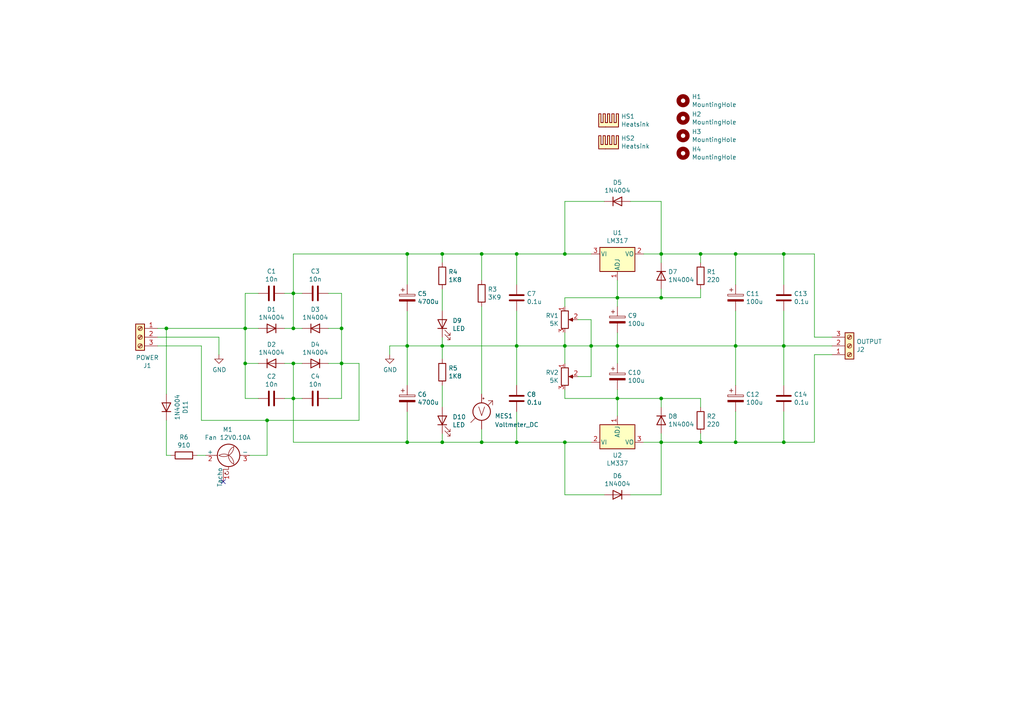
<source format=kicad_sch>
(kicad_sch (version 20211123) (generator eeschema)
  (paper "A4")
  (title_block (title "1.2-15 V 1A Dual Adjustable Power Supply") (date "2022-12-04") (rev "v03.2") (comment 2 "https://www.gnu.org/licenses/gpl.html") (comment 3 "License: GNU General Public License (GPL) version 3") (comment 4 "Author: Poly Electronics"))
  (lib_symbols
    (symbol "Connector:Screw_Terminal_01x03" (pin_names (offset 1.016) hide)
      (property "Reference" "J" (at 0 5.08 0))
      (property "Value" "Screw_Terminal_01x03" (at 0 -5.08 0))
      (symbol "Screw_Terminal_01x03_1_1"
        (rectangle (start -1.27 3.81) (end 1.27 -3.81) (stroke (width 0.254)) (fill (type background)))
        (circle (center 0 -2.54) (radius 0.635) (stroke (width 0.1524)))
        (polyline (pts (xy -0.5334 -2.2098) (xy 0.3302 -3.048)) (stroke (width 0.1524)))
        (polyline (pts (xy -0.5334 0.3302) (xy 0.3302 -0.508)) (stroke (width 0.1524)))
        (polyline (pts (xy -0.5334 2.8702) (xy 0.3302 2.032)) (stroke (width 0.1524)))
        (polyline (pts (xy -0.3556 -2.032) (xy 0.508 -2.8702)) (stroke (width 0.1524)))
        (polyline (pts (xy -0.3556 0.508) (xy 0.508 -0.3302)) (stroke (width 0.1524)))
        (polyline (pts (xy -0.3556 3.048) (xy 0.508 2.2098)) (stroke (width 0.1524)))
        (circle (center 0 0) (radius 0.635) (stroke (width 0.1524)))
        (circle (center 0 2.54) (radius 0.635) (stroke (width 0.1524)))
        (pin passive line (at -5.08 2.54 0) (length 3.81) (name "Pin_1") (number "1"))
        (pin passive line (at -5.08 0 0) (length 3.81) (name "Pin_2") (number "2"))
        (pin passive line (at -5.08 -2.54 0) (length 3.81) (name "Pin_3") (number "3"))
      )
    )
    (symbol "Device:C" (pin_numbers hide) (pin_names (offset 0.254))
      (property "Reference" "C" (at 0.635 2.54 0))
      (property "Value" "C" (at 0.635 -2.54 0))
      (symbol "C_0_1"
        (polyline (pts (xy -2.032 -0.762) (xy 2.032 -0.762)) (stroke (width 0.508)))
        (polyline (pts (xy -2.032 0.762) (xy 2.032 0.762)) (stroke (width 0.508)))
      )
      (symbol "C_1_1"
        (pin passive line (at 0 3.81 270) (length 2.794) (name "~") (number "1"))
        (pin passive line (at 0 -3.81 90) (length 2.794) (name "~") (number "2"))
      )
    )
    (symbol "Device:LED" (pin_numbers hide) (pin_names (offset 1.016) hide)
      (property "Reference" "D" (at 0 2.54 0))
      (property "Value" "LED" (at 0 -2.54 0))
      (symbol "LED_0_1"
        (polyline (pts (xy -1.27 -1.27) (xy -1.27 1.27)) (stroke (width 0.254)))
        (polyline (pts (xy -1.27 0) (xy 1.27 0)))
        (polyline (pts (xy 1.27 -1.27) (xy 1.27 1.27) (xy -1.27 0) (xy 1.27 -1.27)) (stroke (width 0.254)))
        (polyline (pts (xy -3.048 -0.762) (xy -4.572 -2.286) (xy -3.81 -2.286) (xy -4.572 -2.286) (xy -4.572 -1.524)))
        (polyline (pts (xy -1.778 -0.762) (xy -3.302 -2.286) (xy -2.54 -2.286) (xy -3.302 -2.286) (xy -3.302 -1.524)))
      )
      (symbol "LED_1_1"
        (pin passive line (at -3.81 0 0) (length 2.54) (name "K") (number "1"))
        (pin passive line (at 3.81 0 180) (length 2.54) (name "A") (number "2"))
      )
    )
    (symbol "Device:R" (pin_numbers hide) (pin_names (offset 0))
      (property "Reference" "R" (at 2.032 0 90))
      (property "Value" "R" (at 0 0 90))
      (symbol "R_0_1"
        (rectangle (start -1.016 -2.54) (end 1.016 2.54) (stroke (width 0.254)))
      )
      (symbol "R_1_1"
        (pin passive line (at 0 3.81 270) (length 1.27) (name "~") (number "1"))
        (pin passive line (at 0 -3.81 90) (length 1.27) (name "~") (number "2"))
      )
    )
    (symbol "Device:Voltmeter_DC" (pin_numbers hide) (pin_names (offset 0.0254) hide)
      (property "Reference" "MES" (at -3.302 1.016 0))
      (property "Value" "Voltmeter_DC" (at -3.302 -0.762 0))
      (symbol "Voltmeter_DC_0_0"
        (polyline (pts (xy -3.175 -3.175) (xy -1.905 -1.905)))
        (polyline (pts (xy 1.905 1.905) (xy 3.175 3.175)))
        (polyline (pts (xy 1.905 3.175) (xy 3.175 3.175) (xy 3.175 1.905)))
        (text "V" (at 0 0 0) (effects (font (size 2.54 2.54))))
      )
      (symbol "Voltmeter_DC_0_1"
        (polyline (pts (xy 0.254 3.81) (xy 0.762 3.81)))
        (polyline (pts (xy 0.508 4.064) (xy 0.508 3.556)))
        (circle (center 0 0) (radius 2.54) (stroke (width 0.254)))
      )
      (symbol "Voltmeter_DC_1_1"
        (pin passive line (at 0 -5.08 90) (length 2.54) (name "-") (number "1"))
        (pin passive line (at 0 5.08 270) (length 2.54) (name "+") (number "2"))
      )
    )
    (symbol "Diode:1N4007" (pin_numbers hide) (pin_names (offset 1.016) hide)
      (property "Reference" "D" (at 0 2.54 0))
      (property "Value" "1N4007" (at 0 -2.54 0))
      (symbol "1N4007_0_1"
        (polyline (pts (xy -1.27 1.27) (xy -1.27 -1.27)) (stroke (width 0.254)))
        (polyline (pts (xy 1.27 0) (xy -1.27 0)))
        (polyline (pts (xy 1.27 1.27) (xy 1.27 -1.27) (xy -1.27 0) (xy 1.27 1.27)) (stroke (width 0.254)))
      )
      (symbol "1N4007_1_1"
        (pin passive line (at -3.81 0 0) (length 2.54) (name "K") (number "1"))
        (pin passive line (at 3.81 0 180) (length 2.54) (name "A") (number "2"))
      )
    )
    (symbol "Dualvoltsrc-rescue:CP-Device" (pin_numbers hide) (pin_names (offset 0.254))
      (property "Reference" "C" (at 0.635 2.54 0))
      (property "Value" "CP-Device" (at 0.635 -2.54 0))
      (symbol "CP-Device_0_1"
        (rectangle (start -2.286 0.508) (end 2.286 1.016))
        (polyline (pts (xy -1.778 2.286) (xy -0.762 2.286)))
        (polyline (pts (xy -1.27 2.794) (xy -1.27 1.778)))
        (rectangle (start 2.286 -0.508) (end -2.286 -1.016) (fill (type outline)))
      )
      (symbol "CP-Device_1_1"
        (pin passive line (at 0 3.81 270) (length 2.794) (name "~") (number "1"))
        (pin passive line (at 0 -3.81 90) (length 2.794) (name "~") (number "2"))
      )
    )
    (symbol "Dualvoltsrc-rescue:LM317_3PinPackage-Regulator_Linear" (pin_names (offset 0.254))
      (property "Reference" "U" (at -3.81 3.175 0))
      (property "Value" "LM317_3PinPackage-Regulator_Linear" (at 0 3.175 0))
      (symbol "LM317_3PinPackage-Regulator_Linear_0_1"
        (rectangle (start -5.08 1.905) (end 5.08 -5.08) (stroke (width 0.254)) (fill (type background)))
      )
      (symbol "LM317_3PinPackage-Regulator_Linear_1_1"
        (pin input line (at 0 -7.62 90) (length 2.54) (name "ADJ") (number "1"))
        (pin power_out line (at 7.62 0 180) (length 2.54) (name "VO") (number "2"))
        (pin power_in line (at -7.62 0 0) (length 2.54) (name "VI") (number "3"))
      )
    )
    (symbol "Dualvoltsrc-rescue:R_POT-Device" (pin_names (offset 1.016) hide)
      (property "Reference" "RV" (at -4.445 0 90))
      (property "Value" "R_POT-Device" (at -2.54 0 90))
      (symbol "R_POT-Device_0_1"
        (polyline (pts (xy 2.54 0) (xy 1.524 0)))
        (polyline (pts (xy 1.143 0) (xy 2.286 0.508) (xy 2.286 -0.508) (xy 1.143 0)) (fill (type outline)))
        (rectangle (start 1.016 2.54) (end -1.016 -2.54) (stroke (width 0.254)))
      )
      (symbol "R_POT-Device_1_1"
        (pin passive line (at 0 3.81 270) (length 1.27) (name "1") (number "1"))
        (pin passive line (at 3.81 0 180) (length 1.27) (name "2") (number "2"))
        (pin passive line (at 0 -3.81 90) (length 1.27) (name "3") (number "3"))
      )
    )
    (symbol "Mechanical:Heatsink" (pin_names (offset 1.016))
      (property "Reference" "HS" (at 0 5.08 0))
      (property "Value" "Heatsink" (at 0 -1.27 0))
      (symbol "Heatsink_0_1"
        (polyline (pts (xy -0.3302 1.27) (xy -0.9652 1.27) (xy -0.9652 3.81) (xy -1.6002 3.81) (xy -1.6002 1.27) (xy -2.2352 1.27) (xy -2.2352 3.81) (xy -2.8702 3.81) (xy -2.8702 0) (xy -0.9652 0)) (stroke (width 0.254)) (fill (type background)))
        (polyline (pts (xy -0.3302 1.27) (xy -0.3302 3.81) (xy 0.3048 3.81) (xy 0.3048 1.27) (xy 0.9398 1.27) (xy 0.9398 3.81) (xy 1.5748 3.81) (xy 1.5748 1.27) (xy 2.2098 1.27) (xy 2.2098 3.81) (xy 2.8448 3.81) (xy 2.8448 0) (xy -0.9652 0)) (stroke (width 0.254)) (fill (type background)))
      )
    )
    (symbol "Mechanical:MountingHole" (pin_names (offset 1.016))
      (property "Reference" "H" (at 0 5.08 0))
      (property "Value" "MountingHole" (at 0 3.175 0))
      (symbol "MountingHole_0_1"
        (circle (center 0 0) (radius 1.27) (stroke (width 1.27)))
      )
    )
    (symbol "Motor:Fan_3pin" (pin_names (offset 0))
      (property "Reference" "M" (at 2.54 2.54 0))
      (property "Value" "Fan_3pin" (at 2.54 -5.08 0))
      (symbol "Fan_3pin_0_0"
        (arc (start -5.588 -1.016) (mid -5.08 -1.524) (end -4.572 -1.016))
        (arc (start -5.08 -0.508) (mid -5.4392 -0.6568) (end -5.588 -1.016))
        (polyline (pts (xy -5.08 -0.508) (xy -5.334 -0.381)))
        (polyline (pts (xy -5.08 -0.508) (xy -5.207 -0.762)))
        (polyline (pts (xy -4.064 0) (xy -4.064 -1.524) (xy -3.302 -1.524)))
      )
      (symbol "Fan_3pin_0_1"
        (arc (start -2.54 -3.048) (mid 0.0028 -1.6279) (end 0 1.27))
        (circle (center 0 -1.524) (radius 3.2512) (stroke (width 0.254)))
        (polyline (pts (xy -4.064 0) (xy -5.08 0)))
        (polyline (pts (xy 0 -7.62) (xy 0 -7.112)))
        (polyline (pts (xy 0 -4.7752) (xy 0 -5.1816)))
        (polyline (pts (xy 0 1.7272) (xy 0 2.0828)))
        (polyline (pts (xy 0 2.032) (xy 0 2.54)))
        (arc (start 0 1.27) (mid 0.053 -1.619) (end 2.54 -3.048))
        (arc (start 2.54 -3.048) (mid 0 -1.4782) (end -2.54 -3.048))
      )
      (symbol "Fan_3pin_1_1"
        (pin passive line (at -7.62 0 0) (length 2.54) (name "Tacho") (number "1"))
        (pin passive line (at 0 5.08 270) (length 2.54) (name "+") (number "2"))
        (pin passive line (at 0 -7.62 90) (length 2.54) (name "-") (number "3"))
      )
    )
    (symbol "Regulator_Linear:LM337_TO220" (pin_names (offset 0.254))
      (property "Reference" "U" (at -3.81 -3.175 0))
      (property "Value" "LM337_TO220" (at 0 -3.175 0))
      (symbol "LM337_TO220_0_1"
        (rectangle (start -5.08 5.08) (end 5.08 -1.905) (stroke (width 0.254)) (fill (type background)))
      )
      (symbol "LM337_TO220_1_1"
        (pin input line (at 0 7.62 270) (length 2.54) (name "ADJ") (number "1"))
        (pin power_in line (at -7.62 0 0) (length 2.54) (name "VI") (number "2"))
        (pin power_out line (at 7.62 0 180) (length 2.54) (name "VO") (number "3"))
      )
    )
    (symbol "power:GND" (power) (pin_names (offset 0))
      (property "Value" "GND" (at 0 -3.81 0))
      (symbol "GND_0_1"
        (polyline (pts (xy 0 0) (xy 0 -1.27) (xy 1.27 -1.27) (xy 0 -2.54) (xy -1.27 -1.27) (xy 0 -1.27)))
      )
      (symbol "GND_1_1"
        (pin power_in line (at 0 0 270) (length 0) hide (name "GND") (number "1"))
      )
    )
  )
  (junction (at 171.45 100.33))
  (junction (at 71.12 105.41))
  (junction (at 227.33 100.33))
  (junction (at 128.27 100.33))
  (junction (at 213.36 128.27))
  (junction (at 149.86 128.27))
  (junction (at 85.09 95.25))
  (junction (at 203.2 128.27))
  (junction (at 139.7 128.27))
  (junction (at 213.36 100.33))
  (junction (at 128.27 128.27))
  (junction (at 118.11 128.27))
  (junction (at 128.27 73.66))
  (junction (at 48.26 95.25))
  (junction (at 227.33 73.66))
  (junction (at 71.12 95.25))
  (junction (at 139.7 73.66))
  (junction (at 179.07 86.36))
  (junction (at 179.07 115.57))
  (junction (at 163.83 128.27))
  (junction (at 163.83 73.66))
  (junction (at 203.2 73.66))
  (junction (at 179.07 100.33))
  (junction (at 85.09 105.41))
  (junction (at 85.09 115.57))
  (junction (at 191.77 73.66))
  (junction (at 77.47 121.92))
  (junction (at 118.11 73.66))
  (junction (at 99.06 105.41))
  (junction (at 191.77 86.36))
  (junction (at 118.11 100.33))
  (junction (at 149.86 100.33))
  (junction (at 227.33 128.27))
  (junction (at 213.36 73.66))
  (junction (at 191.77 115.57))
  (junction (at 85.09 85.09))
  (junction (at 163.83 100.33))
  (junction (at 99.06 95.25))
  (junction (at 191.77 128.27))
  (junction (at 149.86 73.66))
  (no_connect (at 64.77 139.7))
  (wire (pts (xy 163.83 73.66) (xy 171.45 73.66)))
  (wire (pts (xy 149.86 82.55) (xy 149.86 73.66)))
  (wire (pts (xy 118.11 100.33) (xy 128.27 100.33)))
  (wire (pts (xy 74.93 95.25) (xy 71.12 95.25)))
  (wire (pts (xy 82.55 95.25) (xy 85.09 95.25)))
  (wire (pts (xy 213.36 90.17) (xy 213.36 100.33)))
  (wire (pts (xy 186.69 128.27) (xy 191.77 128.27)))
  (wire (pts (xy 213.36 100.33) (xy 179.07 100.33)))
  (wire (pts (xy 118.11 100.33) (xy 118.11 111.76)))
  (wire (pts (xy 71.12 85.09) (xy 71.12 95.25)))
  (wire (pts (xy 71.12 105.41) (xy 74.93 105.41)))
  (wire (pts (xy 171.45 100.33) (xy 163.83 100.33)))
  (wire (pts (xy 236.22 73.66) (xy 227.33 73.66)))
  (wire (pts (xy 149.86 119.38) (xy 149.86 128.27)))
  (wire (pts (xy 227.33 111.76) (xy 227.33 100.33)))
  (wire (pts (xy 139.7 124.46) (xy 139.7 128.27)))
  (wire (pts (xy 203.2 115.57) (xy 191.77 115.57)))
  (wire (pts (xy 227.33 82.55) (xy 227.33 73.66)))
  (wire (pts (xy 149.86 73.66) (xy 139.7 73.66)))
  (wire (pts (xy 99.06 95.25) (xy 99.06 105.41)))
  (wire (pts (xy 175.26 58.42) (xy 163.83 58.42)))
  (wire (pts (xy 99.06 85.09) (xy 99.06 95.25)))
  (wire (pts (xy 48.26 95.25) (xy 71.12 95.25)))
  (wire (pts (xy 241.3 100.33) (xy 227.33 100.33)))
  (wire (pts (xy 149.86 73.66) (xy 163.83 73.66)))
  (wire (pts (xy 85.09 105.41) (xy 87.63 105.41)))
  (wire (pts (xy 99.06 115.57) (xy 99.06 105.41)))
  (wire (pts (xy 213.36 73.66) (xy 203.2 73.66)))
  (wire (pts (xy 118.11 73.66) (xy 85.09 73.66)))
  (wire (pts (xy 48.26 132.08) (xy 49.53 132.08)))
  (wire (pts (xy 241.3 102.87) (xy 236.22 102.87)))
  (wire (pts (xy 163.83 115.57) (xy 179.07 115.57)))
  (wire (pts (xy 128.27 111.76) (xy 128.27 118.11)))
  (wire (pts (xy 139.7 128.27) (xy 149.86 128.27)))
  (wire (pts (xy 191.77 83.82) (xy 191.77 86.36)))
  (wire (pts (xy 191.77 128.27) (xy 191.77 125.73)))
  (wire (pts (xy 85.09 73.66) (xy 85.09 85.09)))
  (wire (pts (xy 179.07 100.33) (xy 171.45 100.33)))
  (wire (pts (xy 139.7 81.28) (xy 139.7 73.66)))
  (wire (pts (xy 227.33 119.38) (xy 227.33 128.27)))
  (wire (pts (xy 113.03 102.87) (xy 113.03 100.33)))
  (wire (pts (xy 128.27 125.73) (xy 128.27 128.27)))
  (wire (pts (xy 74.93 85.09) (xy 71.12 85.09)))
  (wire (pts (xy 139.7 88.9) (xy 139.7 114.3)))
  (wire (pts (xy 95.25 95.25) (xy 99.06 95.25)))
  (wire (pts (xy 82.55 115.57) (xy 85.09 115.57)))
  (wire (pts (xy 203.2 125.73) (xy 203.2 128.27)))
  (wire (pts (xy 191.77 118.11) (xy 191.77 115.57)))
  (wire (pts (xy 203.2 73.66) (xy 191.77 73.66)))
  (wire (pts (xy 213.36 82.55) (xy 213.36 73.66)))
  (wire (pts (xy 163.83 128.27) (xy 171.45 128.27)))
  (wire (pts (xy 77.47 132.08) (xy 77.47 121.92)))
  (wire (pts (xy 72.39 132.08) (xy 77.47 132.08)))
  (wire (pts (xy 104.14 121.92) (xy 104.14 105.41)))
  (wire (pts (xy 203.2 118.11) (xy 203.2 115.57)))
  (wire (pts (xy 191.77 58.42) (xy 191.77 73.66)))
  (wire (pts (xy 58.42 100.33) (xy 58.42 121.92)))
  (wire (pts (xy 45.72 97.79) (xy 63.5 97.79)))
  (wire (pts (xy 48.26 114.3) (xy 48.26 95.25)))
  (wire (pts (xy 163.83 96.52) (xy 163.83 100.33)))
  (wire (pts (xy 203.2 83.82) (xy 203.2 86.36)))
  (wire (pts (xy 128.27 128.27) (xy 139.7 128.27)))
  (wire (pts (xy 236.22 97.79) (xy 236.22 73.66)))
  (wire (pts (xy 149.86 90.17) (xy 149.86 100.33)))
  (wire (pts (xy 149.86 100.33) (xy 163.83 100.33)))
  (wire (pts (xy 58.42 100.33) (xy 45.72 100.33)))
  (wire (pts (xy 48.26 121.92) (xy 48.26 132.08)))
  (wire (pts (xy 95.25 85.09) (xy 99.06 85.09)))
  (wire (pts (xy 118.11 119.38) (xy 118.11 128.27)))
  (wire (pts (xy 191.77 73.66) (xy 191.77 76.2)))
  (wire (pts (xy 104.14 105.41) (xy 99.06 105.41)))
  (wire (pts (xy 203.2 128.27) (xy 191.77 128.27)))
  (wire (pts (xy 191.77 115.57) (xy 179.07 115.57)))
  (wire (pts (xy 128.27 100.33) (xy 128.27 104.14)))
  (wire (pts (xy 113.03 100.33) (xy 118.11 100.33)))
  (wire (pts (xy 236.22 102.87) (xy 236.22 128.27)))
  (wire (pts (xy 191.77 86.36) (xy 179.07 86.36)))
  (wire (pts (xy 128.27 97.79) (xy 128.27 100.33)))
  (wire (pts (xy 213.36 100.33) (xy 213.36 111.76)))
  (wire (pts (xy 213.36 128.27) (xy 203.2 128.27)))
  (wire (pts (xy 163.83 100.33) (xy 163.83 105.41)))
  (wire (pts (xy 85.09 115.57) (xy 85.09 105.41)))
  (wire (pts (xy 203.2 86.36) (xy 191.77 86.36)))
  (wire (pts (xy 87.63 85.09) (xy 85.09 85.09)))
  (wire (pts (xy 95.25 115.57) (xy 99.06 115.57)))
  (wire (pts (xy 128.27 76.2) (xy 128.27 73.66)))
  (wire (pts (xy 128.27 83.82) (xy 128.27 90.17)))
  (wire (pts (xy 163.83 86.36) (xy 179.07 86.36)))
  (wire (pts (xy 71.12 95.25) (xy 71.12 105.41)))
  (wire (pts (xy 179.07 96.52) (xy 179.07 100.33)))
  (wire (pts (xy 227.33 73.66) (xy 213.36 73.66)))
  (wire (pts (xy 57.15 132.08) (xy 59.69 132.08)))
  (wire (pts (xy 58.42 121.92) (xy 77.47 121.92)))
  (wire (pts (xy 167.64 92.71) (xy 171.45 92.71)))
  (wire (pts (xy 227.33 100.33) (xy 227.33 90.17)))
  (wire (pts (xy 179.07 115.57) (xy 179.07 113.03)))
  (wire (pts (xy 179.07 120.65) (xy 179.07 115.57)))
  (wire (pts (xy 171.45 109.22) (xy 171.45 100.33)))
  (wire (pts (xy 163.83 58.42) (xy 163.83 73.66)))
  (wire (pts (xy 99.06 105.41) (xy 95.25 105.41)))
  (wire (pts (xy 167.64 109.22) (xy 171.45 109.22)))
  (wire (pts (xy 163.83 88.9) (xy 163.83 86.36)))
  (wire (pts (xy 213.36 100.33) (xy 227.33 100.33)))
  (wire (pts (xy 171.45 92.71) (xy 171.45 100.33)))
  (wire (pts (xy 227.33 128.27) (xy 213.36 128.27)))
  (wire (pts (xy 179.07 100.33) (xy 179.07 105.41)))
  (wire (pts (xy 128.27 100.33) (xy 149.86 100.33)))
  (wire (pts (xy 213.36 119.38) (xy 213.36 128.27)))
  (wire (pts (xy 128.27 73.66) (xy 118.11 73.66)))
  (wire (pts (xy 85.09 115.57) (xy 87.63 115.57)))
  (wire (pts (xy 203.2 76.2) (xy 203.2 73.66)))
  (wire (pts (xy 45.72 95.25) (xy 48.26 95.25)))
  (wire (pts (xy 85.09 85.09) (xy 85.09 95.25)))
  (wire (pts (xy 149.86 128.27) (xy 163.83 128.27)))
  (wire (pts (xy 175.26 143.51) (xy 163.83 143.51)))
  (wire (pts (xy 118.11 90.17) (xy 118.11 100.33)))
  (wire (pts (xy 63.5 97.79) (xy 63.5 102.87)))
  (wire (pts (xy 71.12 115.57) (xy 71.12 105.41)))
  (wire (pts (xy 163.83 113.03) (xy 163.83 115.57)))
  (wire (pts (xy 182.88 143.51) (xy 191.77 143.51)))
  (wire (pts (xy 118.11 82.55) (xy 118.11 73.66)))
  (wire (pts (xy 186.69 73.66) (xy 191.77 73.66)))
  (wire (pts (xy 128.27 128.27) (xy 118.11 128.27)))
  (wire (pts (xy 179.07 86.36) (xy 179.07 88.9)))
  (wire (pts (xy 149.86 100.33) (xy 149.86 111.76)))
  (wire (pts (xy 236.22 128.27) (xy 227.33 128.27)))
  (wire (pts (xy 241.3 97.79) (xy 236.22 97.79)))
  (wire (pts (xy 85.09 95.25) (xy 87.63 95.25)))
  (wire (pts (xy 163.83 143.51) (xy 163.83 128.27)))
  (wire (pts (xy 85.09 85.09) (xy 82.55 85.09)))
  (wire (pts (xy 191.77 143.51) (xy 191.77 128.27)))
  (wire (pts (xy 74.93 115.57) (xy 71.12 115.57)))
  (wire (pts (xy 118.11 128.27) (xy 85.09 128.27)))
  (wire (pts (xy 77.47 121.92) (xy 104.14 121.92)))
  (wire (pts (xy 128.27 73.66) (xy 139.7 73.66)))
  (wire (pts (xy 179.07 81.28) (xy 179.07 86.36)))
  (wire (pts (xy 82.55 105.41) (xy 85.09 105.41)))
  (wire (pts (xy 85.09 128.27) (xy 85.09 115.57)))
  (wire (pts (xy 182.88 58.42) (xy 191.77 58.42)))
  (symbol (lib_id "Diode:1N4007") (at 91.44 95.25 0) (unit 1)
    (property "Reference" "D3" (at 91.44 89.7636 0))
    (property "Value" "1N4004" (at 91.44 92.075 0))
    (property "Footprint" "Diode_THT:D_DO-41_SOD81_P10.16mm_Horizontal" (effects hide))
    (property "Datasheet" "http://www.vishay.com/docs/88503/1n4001.pdf" (effects hide))
  )
  (symbol (lib_id "Diode:1N4007") (at 78.74 105.41 0) (unit 1)
    (property "Reference" "D2" (at 78.74 99.9236 0))
    (property "Value" "1N4004" (at 78.74 102.235 0))
    (property "Footprint" "Diode_THT:D_DO-41_SOD81_P10.16mm_Horizontal" (effects hide))
    (property "Datasheet" "http://www.vishay.com/docs/88503/1n4001.pdf" (effects hide))
  )
  (symbol (lib_id "Diode:1N4007") (at 78.74 95.25 180) (unit 1)
    (property "Reference" "D1" (at 78.74 89.7636 0))
    (property "Value" "1N4004" (at 78.74 92.075 0))
    (property "Footprint" "Diode_THT:D_DO-41_SOD81_P10.16mm_Horizontal" (effects hide))
    (property "Datasheet" "http://www.vishay.com/docs/88503/1n4001.pdf" (effects hide))
  )
  (symbol (lib_id "Diode:1N4007") (at 191.77 80.01 270) (unit 1)
    (property "Reference" "D7" (at 193.7766 78.8416 90) (effects (justify left)))
    (property "Value" "1N4004" (at 193.7766 81.153 90) (effects (justify left)))
    (property "Footprint" "Diode_THT:D_DO-41_SOD81_P10.16mm_Horizontal" (effects hide))
    (property "Datasheet" "http://www.vishay.com/docs/88503/1n4001.pdf" (effects hide))
  )
  (symbol (lib_id "Diode:1N4007") (at 91.44 105.41 180) (unit 1)
    (property "Reference" "D4" (at 91.44 99.9236 0))
    (property "Value" "1N4004" (at 91.44 102.235 0))
    (property "Footprint" "Diode_THT:D_DO-41_SOD81_P10.16mm_Horizontal" (effects hide))
    (property "Datasheet" "http://www.vishay.com/docs/88503/1n4001.pdf" (effects hide))
  )
  (symbol (lib_id "Diode:1N4007") (at 179.07 58.42 0) (unit 1)
    (property "Reference" "D5" (at 179.07 52.9336 0))
    (property "Value" "1N4004" (at 179.07 55.245 0))
    (property "Footprint" "Diode_THT:D_DO-41_SOD81_P10.16mm_Horizontal" (effects hide))
    (property "Datasheet" "http://www.vishay.com/docs/88503/1n4001.pdf" (effects hide))
  )
  (symbol (lib_id "Diode:1N4007") (at 179.07 143.51 180) (unit 1)
    (property "Reference" "D6" (at 179.07 138.0236 0))
    (property "Value" "1N4004" (at 179.07 140.335 0))
    (property "Footprint" "Diode_THT:D_DO-41_SOD81_P10.16mm_Horizontal" (effects hide))
    (property "Datasheet" "http://www.vishay.com/docs/88503/1n4001.pdf" (effects hide))
  )
  (symbol (lib_id "Diode:1N4007") (at 191.77 121.92 270) (unit 1)
    (property "Reference" "D8" (at 193.7766 120.7516 90) (effects (justify left)))
    (property "Value" "1N4004" (at 193.7766 123.063 90) (effects (justify left)))
    (property "Footprint" "Diode_THT:D_DO-41_SOD81_P10.16mm_Horizontal" (effects hide))
    (property "Datasheet" "http://www.vishay.com/docs/88503/1n4001.pdf" (effects hide))
  )
  (symbol (lib_id "Device:C") (at 78.74 85.09 270) (unit 1)
    (property "Reference" "C1" (at 78.74 78.6892 90))
    (property "Value" "10n" (at 78.74 81.0006 90))
    (property "Footprint" "Capacitor_THT:C_Disc_D6.0mm_W4.4mm_P5.00mm" (effects hide))
  )
  (symbol (lib_id "Device:C") (at 78.74 115.57 270) (unit 1)
    (property "Reference" "C2" (at 78.74 109.1692 90))
    (property "Value" "10n" (at 78.74 111.4806 90))
    (property "Footprint" "Capacitor_THT:C_Disc_D6.0mm_W4.4mm_P5.00mm" (effects hide))
  )
  (symbol (lib_id "Device:C") (at 91.44 115.57 270) (unit 1)
    (property "Reference" "C4" (at 91.44 109.1692 90))
    (property "Value" "10n" (at 91.44 111.4806 90))
    (property "Footprint" "Capacitor_THT:C_Disc_D6.0mm_W4.4mm_P5.00mm" (effects hide))
  )
  (symbol (lib_id "Device:C") (at 91.44 85.09 270) (unit 1)
    (property "Reference" "C3" (at 91.44 78.6892 90))
    (property "Value" "10n" (at 91.44 81.0006 90))
    (property "Footprint" "Capacitor_THT:C_Disc_D6.0mm_W4.4mm_P5.00mm" (effects hide))
  )
  (symbol (lib_id "Device:C") (at 227.33 115.57 0) (unit 1)
    (property "Reference" "C14" (at 230.251 114.4016 0) (effects (justify left)))
    (property "Value" "0.1u" (at 230.251 116.713 0) (effects (justify left)))
    (property "Footprint" "Capacitor_THT:C_Disc_D6.0mm_W2.5mm_P5.00mm" (effects hide))
  )
  (symbol (lib_id "Device:C") (at 149.86 115.57 0) (unit 1)
    (property "Reference" "C8" (at 152.781 114.4016 0) (effects (justify left)))
    (property "Value" "0.1u" (at 152.781 116.713 0) (effects (justify left)))
    (property "Footprint" "Capacitor_THT:C_Disc_D6.0mm_W2.5mm_P5.00mm" (effects hide))
  )
  (symbol (lib_id "Device:C") (at 149.86 86.36 0) (unit 1)
    (property "Reference" "C7" (at 152.781 85.1916 0) (effects (justify left)))
    (property "Value" "0.1u" (at 152.781 87.503 0) (effects (justify left)))
    (property "Footprint" "Capacitor_THT:C_Disc_D6.0mm_W2.5mm_P5.00mm" (effects hide))
  )
  (symbol (lib_id "Device:C") (at 227.33 86.36 0) (unit 1)
    (property "Reference" "C13" (at 230.251 85.1916 0) (effects (justify left)))
    (property "Value" "0.1u" (at 230.251 87.503 0) (effects (justify left)))
    (property "Footprint" "Capacitor_THT:C_Disc_D6.0mm_W2.5mm_P5.00mm" (effects hide))
  )
  (symbol (lib_id "Dualvoltsrc-rescue:CP-Device") (at 179.07 92.71 0) (unit 1)
    (property "Reference" "C9" (at 182.0672 91.5416 0) (effects (justify left)))
    (property "Value" "100u" (at 182.0672 93.853 0) (effects (justify left)))
    (property "Footprint" "Capacitor_THT:CP_Radial_D6.3mm_P2.50mm" (effects hide))
  )
  (symbol (lib_id "Dualvoltsrc-rescue:CP-Device") (at 118.11 86.36 0) (unit 1)
    (property "Reference" "C5" (at 121.1072 85.1916 0) (effects (justify left)))
    (property "Value" "4700u" (at 121.1072 87.503 0) (effects (justify left)))
    (property "Footprint" "Capacitor_THT:CP_Radial_D22.0mm_P10.00mm_SnapIn" (effects hide))
  )
  (symbol (lib_id "Dualvoltsrc-rescue:CP-Device") (at 118.11 115.57 0) (unit 1)
    (property "Reference" "C6" (at 121.1072 114.4016 0) (effects (justify left)))
    (property "Value" "4700u" (at 121.1072 116.713 0) (effects (justify left)))
    (property "Footprint" "Capacitor_THT:CP_Radial_D22.0mm_P10.00mm_SnapIn" (effects hide))
  )
  (symbol (lib_id "Dualvoltsrc-rescue:CP-Device") (at 213.36 86.36 0) (unit 1)
    (property "Reference" "C11" (at 216.3572 85.1916 0) (effects (justify left)))
    (property "Value" "100u" (at 216.3572 87.503 0) (effects (justify left)))
    (property "Footprint" "Capacitor_THT:CP_Radial_D6.3mm_P2.50mm" (effects hide))
  )
  (symbol (lib_id "Dualvoltsrc-rescue:CP-Device") (at 213.36 115.57 0) (unit 1)
    (property "Reference" "C12" (at 216.3572 114.4016 0) (effects (justify left)))
    (property "Value" "100u" (at 216.3572 116.713 0) (effects (justify left)))
    (property "Footprint" "Capacitor_THT:CP_Radial_D6.3mm_P2.50mm" (effects hide))
  )
  (symbol (lib_id "Dualvoltsrc-rescue:CP-Device") (at 179.07 109.22 0) (unit 1)
    (property "Reference" "C10" (at 182.0672 108.0516 0) (effects (justify left)))
    (property "Value" "100u" (at 182.0672 110.363 0) (effects (justify left)))
    (property "Footprint" "Capacitor_THT:CP_Radial_D6.3mm_P2.50mm" (effects hide))
  )
  (symbol (lib_id "Device:R") (at 203.2 80.01 0) (unit 1)
    (property "Reference" "R1" (at 204.978 78.8416 0) (effects (justify left)))
    (property "Value" "220" (at 204.978 81.153 0) (effects (justify left)))
    (property "Footprint" "Resistor_THT:R_Axial_DIN0207_L6.3mm_D2.5mm_P10.16mm_Horizontal" (effects hide))
  )
  (symbol (lib_id "Device:R") (at 203.2 121.92 0) (unit 1)
    (property "Reference" "R2" (at 204.978 120.7516 0) (effects (justify left)))
    (property "Value" "220" (at 204.978 123.063 0) (effects (justify left)))
    (property "Footprint" "Resistor_THT:R_Axial_DIN0207_L6.3mm_D2.5mm_P10.16mm_Horizontal" (effects hide))
  )
  (symbol (lib_id "Dualvoltsrc-rescue:R_POT-Device") (at 163.83 92.71 0) (unit 1)
    (property "Reference" "RV1" (at 162.052 91.5416 0) (effects (justify right)))
    (property "Value" "5K" (at 162.052 93.853 0) (effects (justify right)))
    (property "Footprint" "Connector_PinSocket_2.54mm:PinSocket_1x03_P2.54mm_Vertical" (effects hide))
  )
  (symbol (lib_id "Dualvoltsrc-rescue:R_POT-Device") (at 163.83 109.22 0) (unit 1)
    (property "Reference" "RV2" (at 162.052 108.0516 0) (effects (justify right)))
    (property "Value" "5K" (at 162.052 110.363 0) (effects (justify right)))
    (property "Footprint" "Connector_PinSocket_2.54mm:PinSocket_1x03_P2.54mm_Vertical" (effects hide))
  )
  (symbol (lib_id "Regulator_Linear:LM337_TO220") (at 179.07 128.27 0) (unit 1)
    (property "Reference" "U2" (at 179.07 132.0546 0))
    (property "Value" "LM337" (at 179.07 134.366 0))
    (property "Footprint" "Package_TO_SOT_THT:TO-220-3_Vertical" (effects hide))
    (property "Datasheet" "http://www.ti.com/lit/ds/symlink/lm337-n.pdf" (effects hide))
  )
  (symbol (lib_id "Dualvoltsrc-rescue:LM317_3PinPackage-Regulator_Linear") (at 179.07 73.66 0) (unit 1)
    (property "Reference" "U1" (at 179.07 67.5132 0))
    (property "Value" "LM317" (at 179.07 69.8246 0))
    (property "Footprint" "Package_TO_SOT_THT:TO-220-3_Vertical" (effects hide))
    (property "Datasheet" "http://www.ti.com/lit/ds/symlink/lm317.pdf" (effects hide))
  )
  (symbol (lib_id "Connector:Screw_Terminal_01x03") (at 40.64 97.79 0) (mirror y) (unit 1)
    (property "Reference" "J1" (at 42.7228 106.045 0))
    (property "Value" "POWER" (at 42.7228 103.7336 0))
    (property "Footprint" "TerminalBlock_Phoenix:TerminalBlock_Phoenix_MKDS-1,5-3-5.08_1x03_P5.08mm_Horizontal" (effects hide))
  )
  (symbol (lib_id "Device:Voltmeter_DC") (at 139.7 119.38 0) (unit 1)
    (property "Reference" "MES1" (at 143.51 120.65 0) (effects (justify left)))
    (property "Value" "Voltmeter_DC" (at 143.51 123.19 0) (effects (justify left)))
    (property "Footprint" "Connector_PinSocket_2.54mm:PinSocket_1x02_P2.54mm_Vertical" (effects hide))
  )
  (symbol (lib_id "Device:R") (at 139.7 85.09 0) (unit 1)
    (property "Reference" "R3" (at 141.478 83.9216 0) (effects (justify left)))
    (property "Value" "3K9" (at 141.478 86.233 0) (effects (justify left)))
    (property "Footprint" "Resistor_THT:R_Axial_DIN0207_L6.3mm_D2.5mm_P10.16mm_Horizontal" (effects hide))
  )
  (symbol (lib_id "Mechanical:Heatsink") (at 176.53 36.83 0) (unit 1)
    (property "Reference" "HS1" (at 180.1368 33.7566 0) (effects (justify left)))
    (property "Value" "Heatsink" (at 180.1368 36.068 0) (effects (justify left)))
    (property "Footprint" "Heatsink:Heatsink_Fischer_SK104-STC-STIC_35x13mm_2xDrill2.5mm" (effects hide))
  )
  (symbol (lib_id "Mechanical:Heatsink") (at 176.53 43.18 0) (unit 1)
    (property "Reference" "HS2" (at 180.1368 40.1066 0) (effects (justify left)))
    (property "Value" "Heatsink" (at 180.1368 42.418 0) (effects (justify left)))
    (property "Footprint" "Heatsink:Heatsink_Fischer_SK104-STC-STIC_35x13mm_2xDrill2.5mm" (effects hide))
  )
  (symbol (lib_id "Connector:Screw_Terminal_01x03") (at 246.38 100.33 0) (mirror x) (unit 1)
    (property "Reference" "J2" (at 248.412 101.3968 0) (effects (justify left)))
    (property "Value" "OUTPUT" (at 248.412 99.0854 0) (effects (justify left)))
    (property "Footprint" "TerminalBlock_Phoenix:TerminalBlock_Phoenix_MKDS-1,5-3-5.08_1x03_P5.08mm_Horizontal" (effects hide))
  )
  (symbol (lib_id "Device:R") (at 128.27 80.01 0) (unit 1)
    (property "Reference" "R4" (at 130.048 78.8416 0) (effects (justify left)))
    (property "Value" "1K8" (at 130.048 81.153 0) (effects (justify left)))
    (property "Footprint" "Resistor_THT:R_Axial_DIN0207_L6.3mm_D2.5mm_P10.16mm_Horizontal" (effects hide))
  )
  (symbol (lib_id "Device:LED") (at 128.27 93.98 90) (unit 1)
    (property "Reference" "D9" (at 131.2418 92.9894 90) (effects (justify right)))
    (property "Value" "LED" (at 131.2418 95.3008 90) (effects (justify right)))
    (property "Footprint" "LED_THT:LED_D3.0mm" (effects hide))
  )
  (symbol (lib_id "Device:R") (at 128.27 107.95 0) (unit 1)
    (property "Reference" "R5" (at 130.048 106.7816 0) (effects (justify left)))
    (property "Value" "1K8" (at 130.048 109.093 0) (effects (justify left)))
    (property "Footprint" "Resistor_THT:R_Axial_DIN0207_L6.3mm_D2.5mm_P10.16mm_Horizontal" (effects hide))
  )
  (symbol (lib_id "Device:LED") (at 128.27 121.92 90) (unit 1)
    (property "Reference" "D10" (at 131.2418 120.9294 90) (effects (justify right)))
    (property "Value" "LED" (at 131.2418 123.2408 90) (effects (justify right)))
    (property "Footprint" "LED_THT:LED_D3.0mm" (effects hide))
  )
  (symbol (lib_id "power:GND") (at 63.5 102.87 0) (unit 1)
    (property "Reference" "#PWR01" (effects hide))
    (property "Value" "GND" (at 63.627 107.2642 0))
  )
  (symbol (lib_id "Mechanical:MountingHole") (at 198.12 29.21 0) (unit 1)
    (property "Reference" "H1" (at 200.66 28.0416 0) (effects (justify left)))
    (property "Value" "MountingHole" (at 200.66 30.353 0) (effects (justify left)))
    (property "Footprint" "MountingHole:MountingHole_3mm" (effects hide))
  )
  (symbol (lib_id "Mechanical:MountingHole") (at 198.12 34.29 0) (unit 1)
    (property "Reference" "H2" (at 200.66 33.1216 0) (effects (justify left)))
    (property "Value" "MountingHole" (at 200.66 35.433 0) (effects (justify left)))
    (property "Footprint" "MountingHole:MountingHole_3mm" (effects hide))
  )
  (symbol (lib_id "Mechanical:MountingHole") (at 198.12 39.37 0) (unit 1)
    (property "Reference" "H3" (at 200.66 38.2016 0) (effects (justify left)))
    (property "Value" "MountingHole" (at 200.66 40.513 0) (effects (justify left)))
    (property "Footprint" "MountingHole:MountingHole_3mm" (effects hide))
  )
  (symbol (lib_id "Mechanical:MountingHole") (at 198.12 44.45 0) (unit 1)
    (property "Reference" "H4" (at 200.66 43.2816 0) (effects (justify left)))
    (property "Value" "MountingHole" (at 200.66 45.593 0) (effects (justify left)))
    (property "Footprint" "MountingHole:MountingHole_3mm" (effects hide))
  )
  (symbol (lib_id "power:GND") (at 113.03 102.87 0) (unit 1)
    (property "Reference" "#PWR02" (effects hide))
    (property "Value" "GND" (at 113.157 107.2642 0))
  )
  (symbol (lib_id "Diode:1N4007") (at 48.26 118.11 90) (unit 1)
    (property "Reference" "D11" (at 53.7464 118.11 0))
    (property "Value" "1N4004" (at 51.435 118.11 0))
    (property "Footprint" "Diode_THT:D_DO-41_SOD81_P2.54mm_Vertical_AnodeUp" (effects hide))
    (property "Datasheet" "http://www.vishay.com/docs/88503/1n4001.pdf" (effects hide))
  )
  (symbol (lib_id "Motor:Fan_3pin") (at 64.77 132.08 90) (unit 1)
    (property "Reference" "M1" (at 66.04 124.587 90))
    (property "Value" "Fan 12V0.10A" (at 66.04 126.8984 90))
    (property "Footprint" "Connector:FanPinHeader_1x03_P2.54mm_Vertical" (effects hide))
    (property "Datasheet" "http://www.hardwarecanucks.com/forum/attachments/new-builds/16287d1330775095-help-chassis-power-fan-connectors-motherboard-asus_p8z68.jpg" (effects hide))
  )
  (symbol (lib_id "Device:R") (at 53.34 132.08 270) (unit 1)
    (property "Reference" "R6" (at 53.34 126.8222 90))
    (property "Value" "910" (at 53.34 129.1336 90))
    (property "Footprint" "Resistor_THT:R_Axial_DIN0207_L6.3mm_D2.5mm_P10.16mm_Horizontal" (effects hide))
  )
)
</source>
